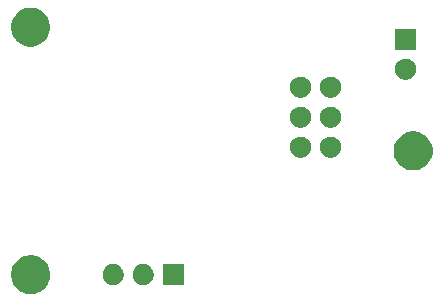
<source format=gbr>
G04 #@! TF.GenerationSoftware,KiCad,Pcbnew,(5.1.5-0)*
G04 #@! TF.CreationDate,2020-01-21T16:49:25-05:00*
G04 #@! TF.ProjectId,lever,6c657665-722e-46b6-9963-61645f706362,1.1*
G04 #@! TF.SameCoordinates,Original*
G04 #@! TF.FileFunction,Soldermask,Bot*
G04 #@! TF.FilePolarity,Negative*
%FSLAX46Y46*%
G04 Gerber Fmt 4.6, Leading zero omitted, Abs format (unit mm)*
G04 Created by KiCad (PCBNEW (5.1.5-0)) date 2020-01-21 16:49:25*
%MOMM*%
%LPD*%
G04 APERTURE LIST*
%ADD10C,0.100000*%
G04 APERTURE END LIST*
D10*
G36*
X101340256Y-93006298D02*
G01*
X101446579Y-93027447D01*
X101747042Y-93151903D01*
X102017451Y-93332585D01*
X102247415Y-93562549D01*
X102428097Y-93832958D01*
X102514125Y-94040647D01*
X102552553Y-94133422D01*
X102616000Y-94452389D01*
X102616000Y-94777611D01*
X102573702Y-94990256D01*
X102552553Y-95096579D01*
X102428097Y-95397042D01*
X102247415Y-95667451D01*
X102017451Y-95897415D01*
X101747042Y-96078097D01*
X101446579Y-96202553D01*
X101340256Y-96223702D01*
X101127611Y-96266000D01*
X100802389Y-96266000D01*
X100589744Y-96223702D01*
X100483421Y-96202553D01*
X100182958Y-96078097D01*
X99912549Y-95897415D01*
X99682585Y-95667451D01*
X99501903Y-95397042D01*
X99377447Y-95096579D01*
X99356298Y-94990256D01*
X99314000Y-94777611D01*
X99314000Y-94452389D01*
X99377447Y-94133422D01*
X99415876Y-94040647D01*
X99501903Y-93832958D01*
X99682585Y-93562549D01*
X99912549Y-93332585D01*
X100182958Y-93151903D01*
X100483421Y-93027447D01*
X100589744Y-93006298D01*
X100802389Y-92964000D01*
X101127611Y-92964000D01*
X101340256Y-93006298D01*
G37*
G36*
X113931000Y-95516000D02*
G01*
X112129000Y-95516000D01*
X112129000Y-93714000D01*
X113931000Y-93714000D01*
X113931000Y-95516000D01*
G37*
G36*
X110603512Y-93718927D02*
G01*
X110752812Y-93748624D01*
X110916784Y-93816544D01*
X111064354Y-93915147D01*
X111189853Y-94040646D01*
X111288456Y-94188216D01*
X111356376Y-94352188D01*
X111391000Y-94526259D01*
X111391000Y-94703741D01*
X111356376Y-94877812D01*
X111288456Y-95041784D01*
X111189853Y-95189354D01*
X111064354Y-95314853D01*
X110916784Y-95413456D01*
X110752812Y-95481376D01*
X110603512Y-95511073D01*
X110578742Y-95516000D01*
X110401258Y-95516000D01*
X110376488Y-95511073D01*
X110227188Y-95481376D01*
X110063216Y-95413456D01*
X109915646Y-95314853D01*
X109790147Y-95189354D01*
X109691544Y-95041784D01*
X109623624Y-94877812D01*
X109589000Y-94703741D01*
X109589000Y-94526259D01*
X109623624Y-94352188D01*
X109691544Y-94188216D01*
X109790147Y-94040646D01*
X109915646Y-93915147D01*
X110063216Y-93816544D01*
X110227188Y-93748624D01*
X110376488Y-93718927D01*
X110401258Y-93714000D01*
X110578742Y-93714000D01*
X110603512Y-93718927D01*
G37*
G36*
X108063512Y-93718927D02*
G01*
X108212812Y-93748624D01*
X108376784Y-93816544D01*
X108524354Y-93915147D01*
X108649853Y-94040646D01*
X108748456Y-94188216D01*
X108816376Y-94352188D01*
X108851000Y-94526259D01*
X108851000Y-94703741D01*
X108816376Y-94877812D01*
X108748456Y-95041784D01*
X108649853Y-95189354D01*
X108524354Y-95314853D01*
X108376784Y-95413456D01*
X108212812Y-95481376D01*
X108063512Y-95511073D01*
X108038742Y-95516000D01*
X107861258Y-95516000D01*
X107836488Y-95511073D01*
X107687188Y-95481376D01*
X107523216Y-95413456D01*
X107375646Y-95314853D01*
X107250147Y-95189354D01*
X107151544Y-95041784D01*
X107083624Y-94877812D01*
X107049000Y-94703741D01*
X107049000Y-94526259D01*
X107083624Y-94352188D01*
X107151544Y-94188216D01*
X107250147Y-94040646D01*
X107375646Y-93915147D01*
X107523216Y-93816544D01*
X107687188Y-93748624D01*
X107836488Y-93718927D01*
X107861258Y-93714000D01*
X108038742Y-93714000D01*
X108063512Y-93718927D01*
G37*
G36*
X133725256Y-82528798D02*
G01*
X133831579Y-82549947D01*
X134132042Y-82674403D01*
X134402451Y-82855085D01*
X134632415Y-83085049D01*
X134813097Y-83355458D01*
X134937553Y-83655921D01*
X135001000Y-83974891D01*
X135001000Y-84300109D01*
X134937553Y-84619079D01*
X134813097Y-84919542D01*
X134632415Y-85189951D01*
X134402451Y-85419915D01*
X134132042Y-85600597D01*
X133831579Y-85725053D01*
X133725256Y-85746202D01*
X133512611Y-85788500D01*
X133187389Y-85788500D01*
X132974744Y-85746202D01*
X132868421Y-85725053D01*
X132567958Y-85600597D01*
X132297549Y-85419915D01*
X132067585Y-85189951D01*
X131886903Y-84919542D01*
X131762447Y-84619079D01*
X131699000Y-84300109D01*
X131699000Y-83974891D01*
X131762447Y-83655921D01*
X131886903Y-83355458D01*
X132067585Y-83085049D01*
X132297549Y-82855085D01*
X132567958Y-82674403D01*
X132868421Y-82549947D01*
X132974744Y-82528798D01*
X133187389Y-82486500D01*
X133512611Y-82486500D01*
X133725256Y-82528798D01*
G37*
G36*
X126478512Y-82923927D02*
G01*
X126627812Y-82953624D01*
X126791784Y-83021544D01*
X126939354Y-83120147D01*
X127064853Y-83245646D01*
X127163456Y-83393216D01*
X127231376Y-83557188D01*
X127266000Y-83731259D01*
X127266000Y-83908741D01*
X127231376Y-84082812D01*
X127163456Y-84246784D01*
X127064853Y-84394354D01*
X126939354Y-84519853D01*
X126791784Y-84618456D01*
X126627812Y-84686376D01*
X126478512Y-84716073D01*
X126453742Y-84721000D01*
X126276258Y-84721000D01*
X126251488Y-84716073D01*
X126102188Y-84686376D01*
X125938216Y-84618456D01*
X125790646Y-84519853D01*
X125665147Y-84394354D01*
X125566544Y-84246784D01*
X125498624Y-84082812D01*
X125464000Y-83908741D01*
X125464000Y-83731259D01*
X125498624Y-83557188D01*
X125566544Y-83393216D01*
X125665147Y-83245646D01*
X125790646Y-83120147D01*
X125938216Y-83021544D01*
X126102188Y-82953624D01*
X126251488Y-82923927D01*
X126276258Y-82919000D01*
X126453742Y-82919000D01*
X126478512Y-82923927D01*
G37*
G36*
X123938512Y-82923927D02*
G01*
X124087812Y-82953624D01*
X124251784Y-83021544D01*
X124399354Y-83120147D01*
X124524853Y-83245646D01*
X124623456Y-83393216D01*
X124691376Y-83557188D01*
X124726000Y-83731259D01*
X124726000Y-83908741D01*
X124691376Y-84082812D01*
X124623456Y-84246784D01*
X124524853Y-84394354D01*
X124399354Y-84519853D01*
X124251784Y-84618456D01*
X124087812Y-84686376D01*
X123938512Y-84716073D01*
X123913742Y-84721000D01*
X123736258Y-84721000D01*
X123711488Y-84716073D01*
X123562188Y-84686376D01*
X123398216Y-84618456D01*
X123250646Y-84519853D01*
X123125147Y-84394354D01*
X123026544Y-84246784D01*
X122958624Y-84082812D01*
X122924000Y-83908741D01*
X122924000Y-83731259D01*
X122958624Y-83557188D01*
X123026544Y-83393216D01*
X123125147Y-83245646D01*
X123250646Y-83120147D01*
X123398216Y-83021544D01*
X123562188Y-82953624D01*
X123711488Y-82923927D01*
X123736258Y-82919000D01*
X123913742Y-82919000D01*
X123938512Y-82923927D01*
G37*
G36*
X126478512Y-80383927D02*
G01*
X126627812Y-80413624D01*
X126791784Y-80481544D01*
X126939354Y-80580147D01*
X127064853Y-80705646D01*
X127163456Y-80853216D01*
X127231376Y-81017188D01*
X127266000Y-81191259D01*
X127266000Y-81368741D01*
X127231376Y-81542812D01*
X127163456Y-81706784D01*
X127064853Y-81854354D01*
X126939354Y-81979853D01*
X126791784Y-82078456D01*
X126627812Y-82146376D01*
X126478512Y-82176073D01*
X126453742Y-82181000D01*
X126276258Y-82181000D01*
X126251488Y-82176073D01*
X126102188Y-82146376D01*
X125938216Y-82078456D01*
X125790646Y-81979853D01*
X125665147Y-81854354D01*
X125566544Y-81706784D01*
X125498624Y-81542812D01*
X125464000Y-81368741D01*
X125464000Y-81191259D01*
X125498624Y-81017188D01*
X125566544Y-80853216D01*
X125665147Y-80705646D01*
X125790646Y-80580147D01*
X125938216Y-80481544D01*
X126102188Y-80413624D01*
X126251488Y-80383927D01*
X126276258Y-80379000D01*
X126453742Y-80379000D01*
X126478512Y-80383927D01*
G37*
G36*
X123938512Y-80383927D02*
G01*
X124087812Y-80413624D01*
X124251784Y-80481544D01*
X124399354Y-80580147D01*
X124524853Y-80705646D01*
X124623456Y-80853216D01*
X124691376Y-81017188D01*
X124726000Y-81191259D01*
X124726000Y-81368741D01*
X124691376Y-81542812D01*
X124623456Y-81706784D01*
X124524853Y-81854354D01*
X124399354Y-81979853D01*
X124251784Y-82078456D01*
X124087812Y-82146376D01*
X123938512Y-82176073D01*
X123913742Y-82181000D01*
X123736258Y-82181000D01*
X123711488Y-82176073D01*
X123562188Y-82146376D01*
X123398216Y-82078456D01*
X123250646Y-81979853D01*
X123125147Y-81854354D01*
X123026544Y-81706784D01*
X122958624Y-81542812D01*
X122924000Y-81368741D01*
X122924000Y-81191259D01*
X122958624Y-81017188D01*
X123026544Y-80853216D01*
X123125147Y-80705646D01*
X123250646Y-80580147D01*
X123398216Y-80481544D01*
X123562188Y-80413624D01*
X123711488Y-80383927D01*
X123736258Y-80379000D01*
X123913742Y-80379000D01*
X123938512Y-80383927D01*
G37*
G36*
X126478512Y-77843927D02*
G01*
X126627812Y-77873624D01*
X126791784Y-77941544D01*
X126939354Y-78040147D01*
X127064853Y-78165646D01*
X127163456Y-78313216D01*
X127231376Y-78477188D01*
X127266000Y-78651259D01*
X127266000Y-78828741D01*
X127231376Y-79002812D01*
X127163456Y-79166784D01*
X127064853Y-79314354D01*
X126939354Y-79439853D01*
X126791784Y-79538456D01*
X126627812Y-79606376D01*
X126478512Y-79636073D01*
X126453742Y-79641000D01*
X126276258Y-79641000D01*
X126251488Y-79636073D01*
X126102188Y-79606376D01*
X125938216Y-79538456D01*
X125790646Y-79439853D01*
X125665147Y-79314354D01*
X125566544Y-79166784D01*
X125498624Y-79002812D01*
X125464000Y-78828741D01*
X125464000Y-78651259D01*
X125498624Y-78477188D01*
X125566544Y-78313216D01*
X125665147Y-78165646D01*
X125790646Y-78040147D01*
X125938216Y-77941544D01*
X126102188Y-77873624D01*
X126251488Y-77843927D01*
X126276258Y-77839000D01*
X126453742Y-77839000D01*
X126478512Y-77843927D01*
G37*
G36*
X123938512Y-77843927D02*
G01*
X124087812Y-77873624D01*
X124251784Y-77941544D01*
X124399354Y-78040147D01*
X124524853Y-78165646D01*
X124623456Y-78313216D01*
X124691376Y-78477188D01*
X124726000Y-78651259D01*
X124726000Y-78828741D01*
X124691376Y-79002812D01*
X124623456Y-79166784D01*
X124524853Y-79314354D01*
X124399354Y-79439853D01*
X124251784Y-79538456D01*
X124087812Y-79606376D01*
X123938512Y-79636073D01*
X123913742Y-79641000D01*
X123736258Y-79641000D01*
X123711488Y-79636073D01*
X123562188Y-79606376D01*
X123398216Y-79538456D01*
X123250646Y-79439853D01*
X123125147Y-79314354D01*
X123026544Y-79166784D01*
X122958624Y-79002812D01*
X122924000Y-78828741D01*
X122924000Y-78651259D01*
X122958624Y-78477188D01*
X123026544Y-78313216D01*
X123125147Y-78165646D01*
X123250646Y-78040147D01*
X123398216Y-77941544D01*
X123562188Y-77873624D01*
X123711488Y-77843927D01*
X123736258Y-77839000D01*
X123913742Y-77839000D01*
X123938512Y-77843927D01*
G37*
G36*
X132828512Y-76319927D02*
G01*
X132977812Y-76349624D01*
X133141784Y-76417544D01*
X133289354Y-76516147D01*
X133414853Y-76641646D01*
X133513456Y-76789216D01*
X133581376Y-76953188D01*
X133616000Y-77127259D01*
X133616000Y-77304741D01*
X133581376Y-77478812D01*
X133513456Y-77642784D01*
X133414853Y-77790354D01*
X133289354Y-77915853D01*
X133141784Y-78014456D01*
X132977812Y-78082376D01*
X132828512Y-78112073D01*
X132803742Y-78117000D01*
X132626258Y-78117000D01*
X132601488Y-78112073D01*
X132452188Y-78082376D01*
X132288216Y-78014456D01*
X132140646Y-77915853D01*
X132015147Y-77790354D01*
X131916544Y-77642784D01*
X131848624Y-77478812D01*
X131814000Y-77304741D01*
X131814000Y-77127259D01*
X131848624Y-76953188D01*
X131916544Y-76789216D01*
X132015147Y-76641646D01*
X132140646Y-76516147D01*
X132288216Y-76417544D01*
X132452188Y-76349624D01*
X132601488Y-76319927D01*
X132626258Y-76315000D01*
X132803742Y-76315000D01*
X132828512Y-76319927D01*
G37*
G36*
X133616000Y-75577000D02*
G01*
X131814000Y-75577000D01*
X131814000Y-73775000D01*
X133616000Y-73775000D01*
X133616000Y-75577000D01*
G37*
G36*
X101340256Y-72051298D02*
G01*
X101446579Y-72072447D01*
X101747042Y-72196903D01*
X102017451Y-72377585D01*
X102247415Y-72607549D01*
X102428097Y-72877958D01*
X102552553Y-73178421D01*
X102616000Y-73497391D01*
X102616000Y-73822609D01*
X102552553Y-74141579D01*
X102428097Y-74442042D01*
X102247415Y-74712451D01*
X102017451Y-74942415D01*
X101747042Y-75123097D01*
X101446579Y-75247553D01*
X101340256Y-75268702D01*
X101127611Y-75311000D01*
X100802389Y-75311000D01*
X100589744Y-75268702D01*
X100483421Y-75247553D01*
X100182958Y-75123097D01*
X99912549Y-74942415D01*
X99682585Y-74712451D01*
X99501903Y-74442042D01*
X99377447Y-74141579D01*
X99314000Y-73822609D01*
X99314000Y-73497391D01*
X99377447Y-73178421D01*
X99501903Y-72877958D01*
X99682585Y-72607549D01*
X99912549Y-72377585D01*
X100182958Y-72196903D01*
X100483421Y-72072447D01*
X100589744Y-72051298D01*
X100802389Y-72009000D01*
X101127611Y-72009000D01*
X101340256Y-72051298D01*
G37*
M02*

</source>
